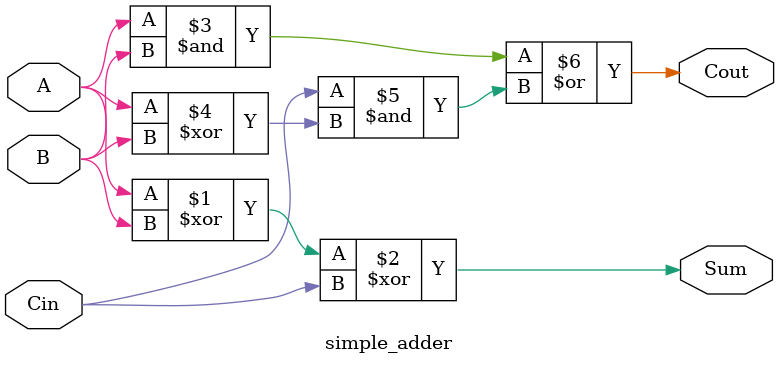
<source format=v>

`timescale 1ns / 1ps

module simple_adder (
    input A, B, Cin,
    output Sum, Cout
);
    assign Sum = A ^ B ^ Cin;
    assign Cout = (A & B) | (Cin & (A ^ B));
endmodule

</source>
